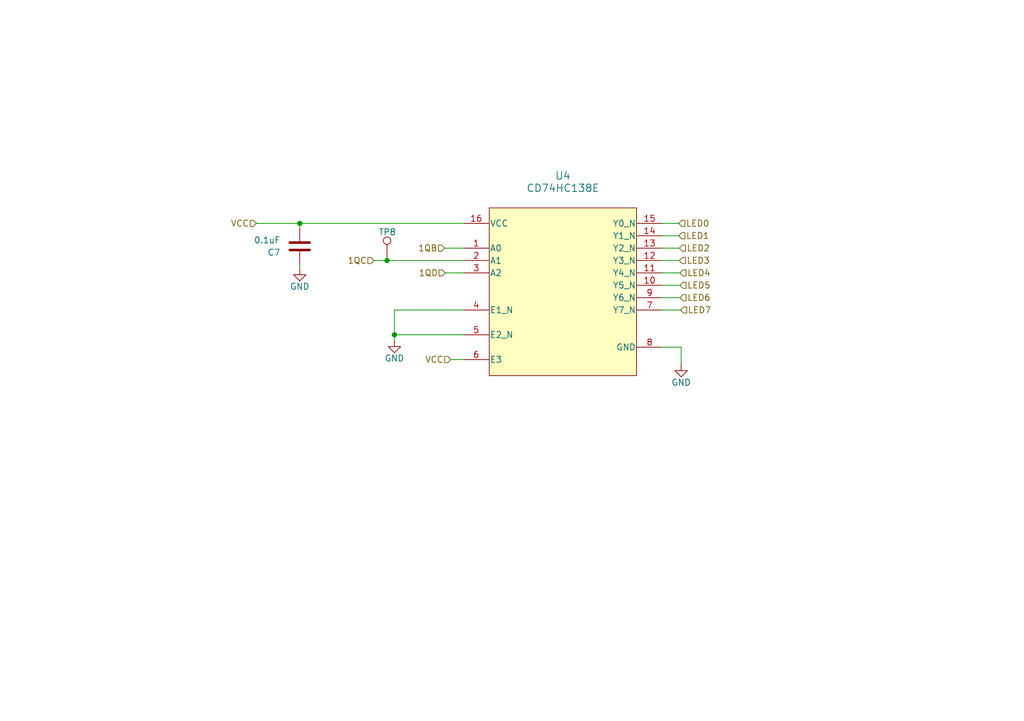
<source format=kicad_sch>
(kicad_sch (version 20231120) (generator "eeschema") (generator_version "8.0")
  (paper "A5")
  (lib_symbols
    (symbol "Connector:TestPoint" (pin_numbers hide) (pin_names (offset 0.762) hide)
      (property "Reference" "TP" (at 0 6.858 0))
      (property "Value" "TestPoint" (at 0 5.08 0))
      (symbol "TestPoint_0_1"
        (circle (center 0 3.302) (radius 0.762))
      )
      (symbol "TestPoint_1_1"
        (pin passive line (at 0 0 90) (length 2.54) (name "1") (number "1"))
      )
    )
    (symbol "Device:C" (pin_numbers hide) (pin_names (offset 0.254))
      (property "Reference" "C" (at 0.635 2.54 0))
      (property "Value" "C" (at 0.635 -2.54 0))
      (symbol "C_0_1"
        (polyline (pts (xy -2.032 -0.762) (xy 2.032 -0.762)) (stroke (width 0.508)))
        (polyline (pts (xy -2.032 0.762) (xy 2.032 0.762)) (stroke (width 0.508)))
      )
      (symbol "C_1_1"
        (pin passive line (at 0 3.81 270) (length 2.794) (name "~") (number "1"))
        (pin passive line (at 0 -3.81 90) (length 2.794) (name "~") (number "2"))
      )
    )
    (symbol "Personal_Library:CD74HC138E" (pin_names (offset 0.254))
      (property "Reference" "U" (at 0 2.54 0))
      (property "Value" "CD74HC138E" (at 0 0 0))
      (symbol "CD74HC138E_0_1"
        (pin input line (at -20.32 7.62 0) (length 5.08) (name "A0") (number "1"))
        (pin output line (at 20.32 0 180) (length 5.08) (name "Y5_N") (number "10"))
        (pin output line (at 20.32 2.54 180) (length 5.08) (name "Y4_N") (number "11"))
        (pin output line (at 20.32 5.08 180) (length 5.08) (name "Y3_N") (number "12"))
        (pin output line (at 20.32 7.62 180) (length 5.08) (name "Y2_N") (number "13"))
        (pin output line (at 20.32 10.16 180) (length 5.08) (name "Y1_N") (number "14"))
        (pin output line (at 20.32 12.7 180) (length 5.08) (name "Y0_N") (number "15"))
        (pin power_in line (at -20.32 12.7 0) (length 5.08) (name "VCC") (number "16"))
        (pin input line (at -20.32 5.08 0) (length 5.08) (name "A1") (number "2"))
        (pin input line (at -20.32 2.54 0) (length 5.08) (name "A2") (number "3"))
        (pin input line (at -20.32 -5.08 0) (length 5.08) (name "E1_N") (number "4"))
        (pin input line (at -20.32 -10.16 0) (length 5.08) (name "E2_N") (number "5"))
        (pin input line (at -20.32 -15.24 0) (length 5.08) (name "E3") (number "6"))
        (pin output line (at 20.32 -5.08 180) (length 5.08) (name "Y7_N") (number "7"))
        (pin power_in line (at 20.32 -12.7 180) (length 5.08) (name "GND") (number "8"))
        (pin output line (at 20.32 -2.54 180) (length 5.08) (name "Y6_N") (number "9"))
      )
      (symbol "CD74HC138E_1_1"
        (rectangle (start -15.113 15.875) (end 15.113 -18.542) (fill (type background)))
      )
    )
    (symbol "power:GND" (power) (pin_names (offset 0))
      (property "Value" "GND" (at 0 -3.81 0))
      (symbol "GND_0_1"
        (polyline (pts (xy 0 0) (xy 0 -1.27) (xy 1.27 -1.27) (xy 0 -2.54) (xy -1.27 -1.27) (xy 0 -1.27)))
      )
      (symbol "GND_1_1"
        (pin power_in line (at 0 0 270) (length 0) hide (name "GND") (number "1"))
      )
    )
  )
  (junction (at 79.375 53.467))
  (junction (at 61.468 45.847))
  (junction (at 80.899 68.707))
  (wire (pts (xy 135.763 45.847) (xy 139.192 45.847)))
  (wire (pts (xy 135.763 56.007) (xy 139.446 56.007)))
  (wire (pts (xy 79.375 53.467) (xy 95.123 53.467)))
  (wire (pts (xy 61.468 54.356) (xy 61.468 55.118)))
  (wire (pts (xy 139.7 71.247) (xy 139.7 74.803)))
  (wire (pts (xy 76.708 53.467) (xy 79.375 53.467)))
  (wire (pts (xy 80.899 69.85) (xy 80.899 68.707)))
  (wire (pts (xy 92.456 73.787) (xy 95.123 73.787)))
  (wire (pts (xy 80.899 63.627) (xy 95.123 63.627)))
  (wire (pts (xy 80.899 68.707) (xy 80.899 63.627)))
  (wire (pts (xy 79.375 52.705) (xy 79.375 53.467)))
  (wire (pts (xy 52.578 45.847) (xy 61.468 45.847)))
  (wire (pts (xy 135.763 58.547) (xy 139.446 58.547)))
  (wire (pts (xy 61.468 45.847) (xy 61.468 46.736)))
  (wire (pts (xy 135.763 48.387) (xy 139.192 48.387)))
  (wire (pts (xy 135.763 50.927) (xy 139.319 50.927)))
  (wire (pts (xy 91.186 50.927) (xy 95.123 50.927)))
  (wire (pts (xy 135.763 53.467) (xy 139.319 53.467)))
  (wire (pts (xy 91.313 56.007) (xy 95.123 56.007)))
  (wire (pts (xy 135.763 71.247) (xy 139.7 71.247)))
  (wire (pts (xy 80.899 68.707) (xy 95.123 68.707)))
  (wire (pts (xy 135.763 63.627) (xy 139.573 63.627)))
  (wire (pts (xy 61.468 45.847) (xy 95.123 45.847)))
  (wire (pts (xy 135.763 61.087) (xy 139.446 61.087)))
  (hierarchical_label "1QB" (shape input) (at 91.186 50.927 180))
  (hierarchical_label "LED5" (shape input) (at 139.446 58.547 0))
  (hierarchical_label "LED2" (shape input) (at 139.319 50.927 0))
  (hierarchical_label "VCC" (shape input) (at 52.578 45.847 180))
  (hierarchical_label "LED1" (shape input) (at 139.192 48.387 0))
  (hierarchical_label "LED3" (shape input) (at 139.319 53.467 0))
  (hierarchical_label "LED4" (shape input) (at 139.446 56.007 0))
  (hierarchical_label "LED7" (shape input) (at 139.573 63.627 0))
  (hierarchical_label "1QD" (shape input) (at 91.313 56.007 180))
  (hierarchical_label "1QC" (shape input) (at 76.708 53.467 180))
  (hierarchical_label "VCC" (shape input) (at 92.456 73.787 180))
  (hierarchical_label "LED6" (shape input) (at 139.446 61.087 0))
  (hierarchical_label "LED0" (shape input) (at 139.192 45.847 0))
  (symbol (lib_id "power:GND") (at 80.899 69.85 0) (unit 1)
    (property "Reference" "#PWR013" (effects (hide yes)))
    (property "Value" "GND" (at 80.899 73.533 0))
  )
  (symbol (lib_id "Device:C") (at 61.468 50.546 0) (unit 1)
    (property "Reference" "C7" (at 57.531 51.816 0) (effects (justify right)))
    (property "Value" "0.1uF" (at 57.531 49.276 0) (effects (justify right)))
    (property "Footprint" "Capacitor_THT:C_Disc_D6.0mm_W2.5mm_P5.00mm" (effects (hide yes)))
    (instances (project "LED-Driver" (path "" (reference "C7") (unit 1))) (project "Magic_Wand" (path "" (reference "C1") (unit 1))))
  )
  (symbol (lib_id "Personal_Library:CD74HC138E") (at 115.443 58.547 0) (unit 1)
    (property "Reference" "U4" (at 115.443 36.068 0) (effects (font (size 1.524 1.524))))
    (property "Value" "CD74HC138E" (at 115.443 38.608 0) (effects (font (size 1.524 1.524))))
    (property "Footprint" "Personal Library:CD74HC138E" (effects (hide yes)))
  )
  (symbol (lib_id "power:GND") (at 139.7 74.803 0) (unit 1)
    (property "Reference" "#PWR012" (effects (hide yes)))
    (property "Value" "GND" (at 139.7 78.486 0))
  )
  (symbol (lib_id "power:GND") (at 61.468 55.118 0) (unit 1)
    (property "Reference" "#PWR014" (effects (hide yes)))
    (property "Value" "GND" (at 61.468 58.801 0))
  )
  (symbol (lib_id "Connector:TestPoint") (at 79.375 52.705 0) (unit 1)
    (property "Reference" "TP8" (at 77.597 47.625 0) (effects (justify left)))
    (property "Value" "TestPoint" (effects (hide yes)))
    (property "Footprint" "TestPoint:TestPoint_Loop_D2.50mm_Drill1.0mm_LowProfile" (effects (hide yes)))
  )
)
</source>
